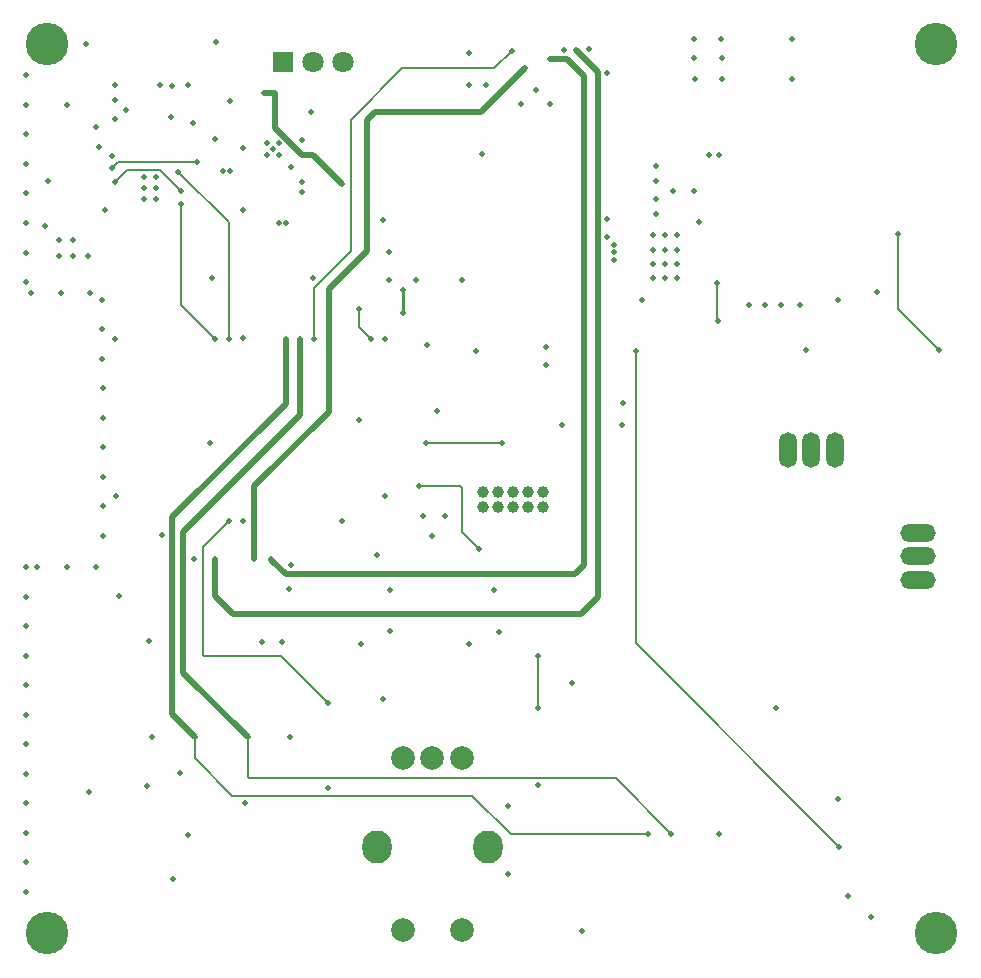
<source format=gbl>
G04*
G04 #@! TF.GenerationSoftware,Altium Limited,Altium Designer,21.6.1 (37)*
G04*
G04 Layer_Physical_Order=4*
G04 Layer_Color=16711680*
%FSLAX25Y25*%
%MOIN*%
G70*
G04*
G04 #@! TF.SameCoordinates,A589890F-C11B-4762-821C-4EDD3E5BB286*
G04*
G04*
G04 #@! TF.FilePolarity,Positive*
G04*
G01*
G75*
%ADD12C,0.01000*%
%ADD18C,0.00800*%
%ADD168C,0.02000*%
%ADD176C,0.02000*%
%ADD177C,0.14173*%
%ADD178O,0.11812X0.05906*%
%ADD179O,0.05906X0.11812*%
%ADD180C,0.07874*%
%ADD181O,0.09843X0.11024*%
%ADD182C,0.03960*%
%ADD183C,0.07087*%
%ADD184R,0.07087X0.07087*%
D12*
X127880Y216200D02*
Y223807D01*
D18*
X61200Y102169D02*
Y138067D01*
Y102169D02*
X61669Y101700D01*
X61200Y138067D02*
X69860Y146727D01*
X146974Y158252D02*
X147442Y157783D01*
Y143158D02*
Y157783D01*
X133245Y158252D02*
X146974D01*
X147442Y143158D02*
X153349Y137250D01*
X173000Y84268D02*
Y101700D01*
X232733Y213566D02*
Y225839D01*
X232667Y225905D02*
X232733Y225839D01*
Y213566D02*
X232800Y213500D01*
X113100Y211422D02*
X117104Y207418D01*
X113100Y211422D02*
Y217535D01*
X98207Y224382D02*
X110600Y236775D01*
Y280500D01*
X98207Y207431D02*
Y224382D01*
X110600Y280500D02*
X127687Y297587D01*
X158262D01*
X61669Y101700D02*
X87153D01*
X102900Y85953D01*
X46933Y263600D02*
X53800Y256733D01*
X35828Y263600D02*
X46933D01*
X32065Y259837D02*
X35828Y263600D01*
X53845Y218791D02*
X65136Y207500D01*
X53845Y218791D02*
Y252448D01*
X135424Y172687D02*
X161041D01*
X158262Y297587D02*
X164077Y303402D01*
X205700Y105900D02*
Y203258D01*
Y105900D02*
X273400Y38200D01*
X53013Y263162D02*
X69833Y246342D01*
Y207500D02*
Y246342D01*
X58500Y67628D02*
Y74851D01*
Y67628D02*
X71049Y55079D01*
X150973D01*
X163751Y42300D01*
X209500D01*
X76100Y74691D02*
X76109Y74700D01*
X76100Y61369D02*
X76569Y60900D01*
X198800D01*
X76100Y61369D02*
Y74691D01*
X198800Y60900D02*
X217400Y42300D01*
X292748Y217452D02*
Y242339D01*
Y217452D02*
X306600Y203600D01*
X30900Y264469D02*
X32982Y266550D01*
X59313D01*
D168*
X2362Y295276D02*
D03*
Y285433D02*
D03*
Y275590D02*
D03*
Y265748D02*
D03*
Y255906D02*
D03*
Y246063D02*
D03*
Y236221D02*
D03*
Y226378D02*
D03*
X3937Y222835D02*
D03*
X13780D02*
D03*
X23622D02*
D03*
X2362Y23099D02*
D03*
Y32943D02*
D03*
Y42786D02*
D03*
Y52630D02*
D03*
Y62474D02*
D03*
Y72317D02*
D03*
Y82161D02*
D03*
Y92005D02*
D03*
Y101848D02*
D03*
Y111692D02*
D03*
Y121535D02*
D03*
Y131379D02*
D03*
X5906D02*
D03*
X15748D02*
D03*
X25591D02*
D03*
X27932Y141732D02*
D03*
X27894Y151575D02*
D03*
X27857Y161417D02*
D03*
X27819Y171260D02*
D03*
X27782Y181102D02*
D03*
X27744Y190945D02*
D03*
X27707Y200787D02*
D03*
X27669Y210630D02*
D03*
X27632Y220472D02*
D03*
X127880Y223807D02*
D03*
Y216200D02*
D03*
X286000Y223198D02*
D03*
X90600Y132100D02*
D03*
X195900Y296150D02*
D03*
X84033Y133900D02*
D03*
X175469Y204570D02*
D03*
X78361Y133900D02*
D03*
X176751Y285769D02*
D03*
X175469Y198639D02*
D03*
X89831Y124192D02*
D03*
X123500Y123753D02*
D03*
X158256D02*
D03*
X180788Y178648D02*
D03*
X190000Y304154D02*
D03*
X159847Y109850D02*
D03*
X153349Y137250D02*
D03*
X173000Y101700D02*
D03*
Y58700D02*
D03*
X232800Y213500D02*
D03*
X113100Y217535D02*
D03*
X123122Y227179D02*
D03*
X132200D02*
D03*
X123122Y236336D02*
D03*
X121829Y207418D02*
D03*
X117104D02*
D03*
X154400Y269100D02*
D03*
X121200Y247000D02*
D03*
X69860Y146727D02*
D03*
X133245Y158252D02*
D03*
X58104Y133900D02*
D03*
X173000Y84268D02*
D03*
X102900Y85953D02*
D03*
X23200Y56500D02*
D03*
X252400Y84268D02*
D03*
X121829Y154900D02*
D03*
X74542Y146727D02*
D03*
Y207637D02*
D03*
X32174Y154900D02*
D03*
X32065Y207418D02*
D03*
X113100Y180467D02*
D03*
X63498Y172687D02*
D03*
X107656Y146727D02*
D03*
X53845Y252448D02*
D03*
X107513Y258964D02*
D03*
X75200Y52800D02*
D03*
X56400Y42100D02*
D03*
X201321Y186000D02*
D03*
X155700Y292100D02*
D03*
X150061Y292100D02*
D03*
X167164Y285769D02*
D03*
X172400Y290351D02*
D03*
X161041Y172687D02*
D03*
X135424D02*
D03*
X201025Y178648D02*
D03*
X152334Y203258D02*
D03*
X149969Y105645D02*
D03*
X113925Y105600D02*
D03*
X123500Y110052D02*
D03*
X87500Y106474D02*
D03*
X47413Y141964D02*
D03*
X80955Y106474D02*
D03*
X207700Y220500D02*
D03*
X97788Y227591D02*
D03*
X135800Y205400D02*
D03*
X147442Y227179D02*
D03*
X139200Y183500D02*
D03*
X119186Y135547D02*
D03*
X93482Y207431D02*
D03*
X205700Y203258D02*
D03*
X64368Y227600D02*
D03*
X65136Y133900D02*
D03*
X233100Y42300D02*
D03*
X121300Y87300D02*
D03*
X43100Y106800D02*
D03*
X137454Y141700D02*
D03*
X141900Y148429D02*
D03*
X134706Y148429D02*
D03*
X53660Y62754D02*
D03*
X273400Y38200D02*
D03*
X94300Y273668D02*
D03*
X98207Y207431D02*
D03*
X88758Y207500D02*
D03*
X69833D02*
D03*
X65136D02*
D03*
X162800Y51700D02*
D03*
X217400Y42300D02*
D03*
X209500D02*
D03*
X58500Y74851D02*
D03*
X76109Y74700D02*
D03*
X44347Y74851D02*
D03*
X90262Y74700D02*
D03*
X51260Y27400D02*
D03*
X42700Y58500D02*
D03*
X33100Y121602D02*
D03*
X292748Y242339D02*
D03*
X306600Y203600D02*
D03*
X262400D02*
D03*
X272976Y220500D02*
D03*
X102900Y57600D02*
D03*
X184202Y92731D02*
D03*
X162800Y29000D02*
D03*
X276300Y21800D02*
D03*
X272900Y54000D02*
D03*
X187600Y10200D02*
D03*
X284000Y14800D02*
D03*
X164077Y303402D02*
D03*
X168407Y297587D02*
D03*
X177069Y300854D02*
D03*
X81668Y289300D02*
D03*
X257700Y294059D02*
D03*
Y307300D02*
D03*
X234300Y294059D02*
D03*
Y300983D02*
D03*
X234052Y307557D02*
D03*
X225300Y294059D02*
D03*
X225017Y300983D02*
D03*
Y307557D02*
D03*
Y256600D02*
D03*
X217973Y256799D02*
D03*
X212400Y248912D02*
D03*
Y254094D02*
D03*
Y259951D02*
D03*
Y265150D02*
D03*
X226617Y246392D02*
D03*
X232667Y225905D02*
D03*
X260100Y218800D02*
D03*
X253800D02*
D03*
X248413D02*
D03*
X243300D02*
D03*
X198271Y233583D02*
D03*
Y236335D02*
D03*
Y238701D02*
D03*
X195759Y241320D02*
D03*
X195900Y247255D02*
D03*
X185730Y303600D02*
D03*
X150061Y302597D02*
D03*
X181600Y303600D02*
D03*
X94284Y259894D02*
D03*
X74650Y271040D02*
D03*
X67800Y263400D02*
D03*
X65267Y274124D02*
D03*
X97100Y283000D02*
D03*
X94300Y268715D02*
D03*
X94284Y256357D02*
D03*
X70350Y263400D02*
D03*
X74650Y250441D02*
D03*
X86589Y246001D02*
D03*
X88758D02*
D03*
X70350Y286671D02*
D03*
X90428Y264876D02*
D03*
X53013Y263162D02*
D03*
X23068Y235200D02*
D03*
X17857D02*
D03*
X13339D02*
D03*
X17857Y240269D02*
D03*
X13401D02*
D03*
X28700Y250298D02*
D03*
X32065Y259837D02*
D03*
X30900Y264469D02*
D03*
X26649Y271540D02*
D03*
X30900Y268390D02*
D03*
X59313Y266550D02*
D03*
X53800Y256733D02*
D03*
X25650Y277958D02*
D03*
X8450Y244952D02*
D03*
X9600Y260169D02*
D03*
X31750Y280834D02*
D03*
X35500Y283800D02*
D03*
X31750Y286932D02*
D03*
X58000Y279489D02*
D03*
X50660Y281514D02*
D03*
X15800Y285308D02*
D03*
X46940Y292022D02*
D03*
X50963Y291880D02*
D03*
X56163Y292100D02*
D03*
X65700Y306300D02*
D03*
X22250Y305709D02*
D03*
X31750Y292100D02*
D03*
X233174Y268701D02*
D03*
X230025D02*
D03*
X219137Y227775D02*
D03*
Y232500D02*
D03*
Y237224D02*
D03*
Y241949D02*
D03*
X215200Y227775D02*
D03*
Y232500D02*
D03*
Y237224D02*
D03*
Y241949D02*
D03*
X211263Y227775D02*
D03*
Y232500D02*
D03*
Y237224D02*
D03*
Y241949D02*
D03*
X84621Y270683D02*
D03*
X82652Y272652D02*
D03*
X86589D02*
D03*
Y268715D02*
D03*
X82652D02*
D03*
X45454Y257711D02*
D03*
Y254168D02*
D03*
X41517D02*
D03*
Y257711D02*
D03*
X45454Y261254D02*
D03*
X41517D02*
D03*
D176*
X88758Y129100D02*
X185200D01*
X84033Y133824D02*
X88758Y129100D01*
X185200D02*
X188300Y132200D01*
Y295100D01*
X84033Y133824D02*
Y133900D01*
X177069Y300854D02*
X182546D01*
X188300Y295100D01*
X192900Y121400D02*
Y296430D01*
X185730Y303600D02*
X192900Y296430D01*
X78361Y133900D02*
Y158252D01*
X65136Y121602D02*
Y133900D01*
Y121602D02*
X71138Y115600D01*
X187100D01*
X54600Y143023D02*
X93482Y181905D01*
X50900Y82451D02*
Y147973D01*
X54600Y96209D02*
X76109Y74700D01*
X50900Y82451D02*
X58500Y74851D01*
X50900Y147973D02*
X88758Y185830D01*
X54600Y96209D02*
Y143023D01*
X187100Y115600D02*
X192900Y121400D01*
X78361Y158252D02*
X103100Y182991D01*
Y224000D01*
X115800Y236700D01*
Y280300D01*
X118500Y283000D01*
X153821D01*
X168407Y297587D01*
X93482Y181905D02*
Y207431D01*
X88758Y185830D02*
Y207500D01*
X94300Y268715D02*
X97762D01*
X107513Y258964D01*
X85214Y277800D02*
Y289300D01*
Y277800D02*
X94300Y268715D01*
X81668Y289300D02*
X85214D01*
D177*
X9252Y9252D02*
D03*
X305709D02*
D03*
X9252Y305709D02*
D03*
X305709D02*
D03*
D178*
X299433Y127026D02*
D03*
Y142774D02*
D03*
Y134900D02*
D03*
D179*
X271874Y170333D02*
D03*
X264000D02*
D03*
X256126D02*
D03*
D180*
X147442Y67628D02*
D03*
X127757D02*
D03*
X137600D02*
D03*
X127757Y10541D02*
D03*
X147442D02*
D03*
D181*
X119096Y38100D02*
D03*
X156104D02*
D03*
D182*
X174700Y156300D02*
D03*
Y151300D02*
D03*
X164700D02*
D03*
X169700D02*
D03*
X164700Y156300D02*
D03*
X169700D02*
D03*
X159700D02*
D03*
X154700D02*
D03*
X159700Y151300D02*
D03*
X154700D02*
D03*
D183*
X108000Y299740D02*
D03*
X98000D02*
D03*
D184*
X88000D02*
D03*
M02*

</source>
